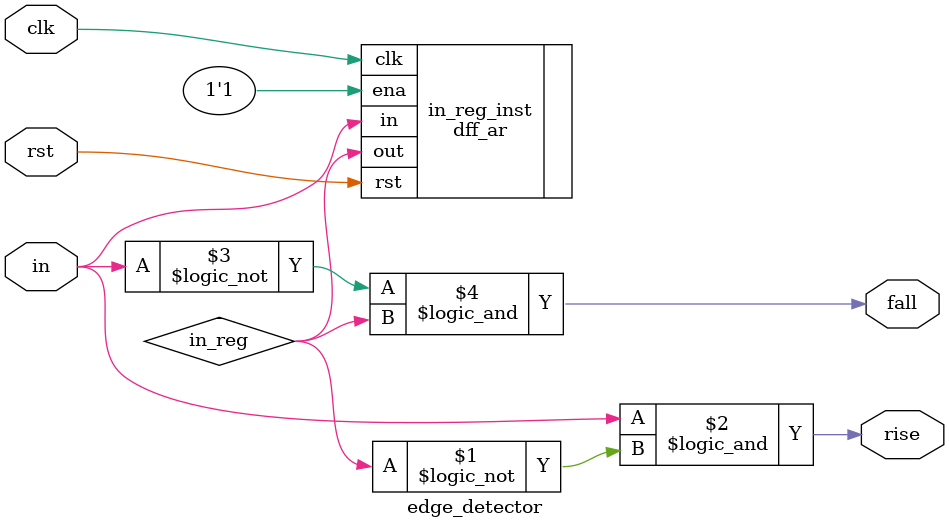
<source format=sv>
/*
	Signal edge detector
		
	********************************************************************
	edge_detector
		edge_detector_inst
	(
		.clk	(),
		.rst	(),
		
		.in		(), // i
		.rise	(), // o
		.fall	() // o
	);

*/


module edge_detector
(
	input  logic clk,
	input  logic rst,
	
	input  logic in,
	output logic rise,
	output logic fall
);

	logic in_reg;
	dff_ar
	#(
		.DWIDTH 	(1),
		.POR_VALUE 	(0)
	)
		in_reg_inst
	(
		.clk		(clk),
		.rst		(rst),				
		.in			(in),	// i[DWIDTH - 1 : 0]
		.ena		(1'b1),	// i
		.out		(in_reg)	// o[DWIDTH - 1 : 0]
	);
	
	assign rise =  in && !in_reg;
	assign fall = !in &&  in_reg;


endmodule
</source>
